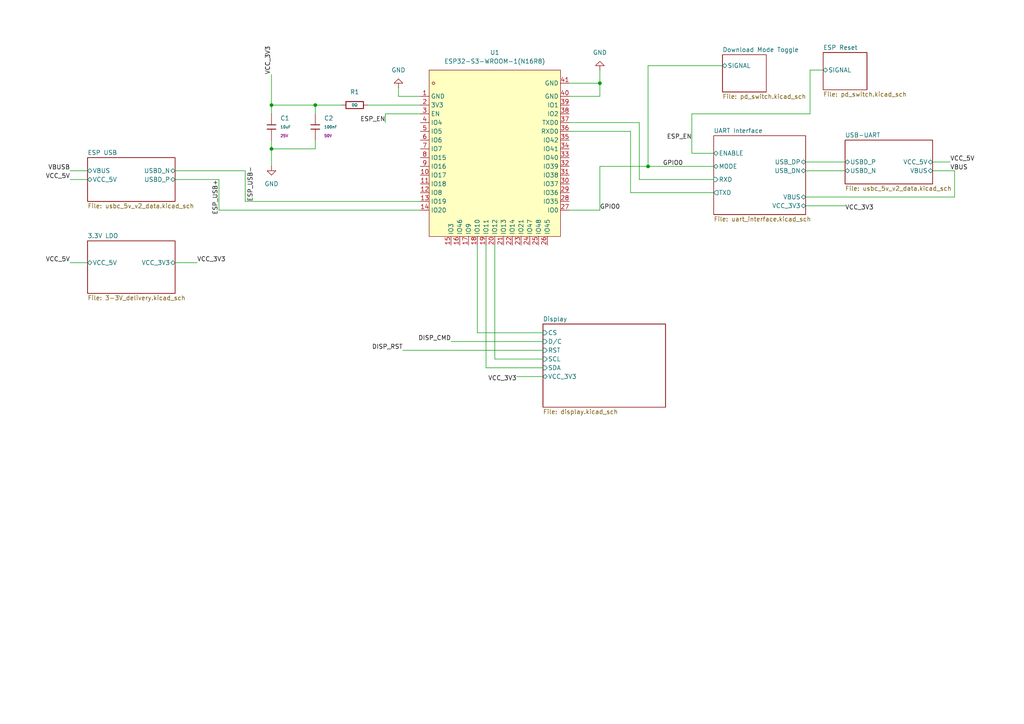
<source format=kicad_sch>
(kicad_sch (version 20250114) (generator "eeschema") (generator_version "9.0")
  (paper "A4")
  (lib_symbols
    (symbol "PCM_JLCPCB-Capacitors:0603,100nF" (pin_numbers (hide yes)) (pin_names (offset 0))
      (property "Reference" "C" (at 2.032 1.668 0))
      (property "Value" "100nF" (at 2.032 -0.3782 0))
      (property "Voltage Rated" "50V" (at 2.032 -2.0462 0))
      (symbol "0603,100nF_0_1"
        (polyline (pts (xy -1.27 0.635) (xy 1.27 0.635)) (stroke (width 0.254)))
        (polyline (pts (xy -1.27 -0.635) (xy 1.27 -0.635)) (stroke (width 0.254)))
      )
      (symbol "0603,100nF_1_1"
        (pin passive line (at 0 3.81 270) (length 3.175) (name "~") (number "1"))
        (pin passive line (at 0 -3.81 90) (length 3.175) (name "~") (number "2"))
      )
    )
    (symbol "PCM_JLCPCB-Capacitors:0603,10uF,(2)" (pin_numbers (hide yes)) (pin_names (offset 0))
      (property "Reference" "C" (at 2.032 1.668 0))
      (property "Value" "10uF" (at 2.032 -0.3782 0))
      (property "Voltage Rated" "25V" (at 2.032 -2.0462 0))
      (symbol "0603,10uF,(2)_0_1"
        (polyline (pts (xy -1.27 0.635) (xy 1.27 0.635)) (stroke (width 0.254)))
        (polyline (pts (xy -1.27 -0.635) (xy 1.27 -0.635)) (stroke (width 0.254)))
      )
      (symbol "0603,10uF,(2)_1_1"
        (pin passive line (at 0 3.81 270) (length 3.175) (name "~") (number "1"))
        (pin passive line (at 0 -3.81 90) (length 3.175) (name "~") (number "2"))
      )
    )
    (symbol "PCM_JLCPCB-Resistors:0402,0Ω" (pin_numbers (hide yes)) (pin_names (offset 0))
      (property "Reference" "R" (at 1.778 0 0))
      (property "Value" "0Ω" (at 0 0 90))
      (symbol "0402,0Ω_0_1"
        (rectangle (start -1.016 2.54) (end 1.016 -2.54) (stroke (width 0.254)))
      )
      (symbol "0402,0Ω_1_1"
        (pin passive line (at 0 3.81 270) (length 1.27) (name "~") (number "1"))
        (pin passive line (at 0 -3.81 90) (length 1.27) (name "~") (number "2"))
      )
    )
    (symbol "lcsc-lib:ESP32-S3-WROOM-1(N16R8)"
      (property "Reference" "U" (at 0 20.32 0))
      (property "Value" "ESP32-S3-WROOM-1(N16R8)" (at -1.016 17.018 0))
      (symbol "ESP32-S3-WROOM-1(N16R8)_0_1"
        (rectangle (start -19.05 19.05) (end 19.05 -29.21) (fill (type background)))
        (circle (center -17.78 15.24) (radius 0.38))
        (pin unspecified line (at -21.59 11.43 0) (length 2.54) (name "GND") (number "1"))
        (pin unspecified line (at -21.59 8.89 0) (length 2.54) (name "3V3") (number "2"))
        (pin unspecified line (at -21.59 6.35 0) (length 2.54) (name "EN") (number "3"))
        (pin unspecified line (at -21.59 3.81 0) (length 2.54) (name "IO4") (number "4"))
        (pin unspecified line (at -21.59 1.27 0) (length 2.54) (name "IO5") (number "5"))
        (pin unspecified line (at -21.59 -1.27 0) (length 2.54) (name "IO6") (number "6"))
        (pin unspecified line (at -21.59 -3.81 0) (length 2.54) (name "IO7") (number "7"))
        (pin unspecified line (at -21.59 -6.35 0) (length 2.54) (name "IO15") (number "8"))
        (pin unspecified line (at -21.59 -8.89 0) (length 2.54) (name "IO16") (number "9"))
        (pin unspecified line (at -21.59 -11.43 0) (length 2.54) (name "IO17") (number "10"))
        (pin unspecified line (at -21.59 -13.97 0) (length 2.54) (name "IO18") (number "11"))
        (pin unspecified line (at -21.59 -16.51 0) (length 2.54) (name "IO8") (number "12"))
        (pin unspecified line (at -21.59 -19.05 0) (length 2.54) (name "IO19") (number "13"))
        (pin unspecified line (at -21.59 -21.59 0) (length 2.54) (name "IO20") (number "14"))
        (pin unspecified line (at -12.7 -31.75 90) (length 2.54) (name "IO3") (number "15"))
        (pin unspecified line (at -10.16 -31.75 90) (length 2.54) (name "IO46") (number "16"))
        (pin unspecified line (at -7.62 -31.75 90) (length 2.54) (name "IO9") (number "17"))
        (pin unspecified line (at -5.08 -31.75 90) (length 2.54) (name "IO10") (number "18"))
        (pin unspecified line (at -2.54 -31.75 90) (length 2.54) (name "IO11") (number "19"))
        (pin unspecified line (at 0 -31.75 90) (length 2.54) (name "IO12") (number "20"))
        (pin unspecified line (at 2.54 -31.75 90) (length 2.54) (name "IO13") (number "21"))
        (pin unspecified line (at 5.08 -31.75 90) (length 2.54) (name "IO14") (number "22"))
        (pin unspecified line (at 7.62 -31.75 90) (length 2.54) (name "IO21") (number "23"))
        (pin unspecified line (at 10.16 -31.75 90) (length 2.54) (name "IO47") (number "24"))
        (pin unspecified line (at 12.7 -31.75 90) (length 2.54) (name "IO48") (number "25"))
        (pin unspecified line (at 15.24 -31.75 90) (length 2.54) (name "IO45") (number "26"))
        (pin unspecified line (at 21.59 15.24 180) (length 2.54) (name "GND") (number "41"))
        (pin unspecified line (at 21.59 11.43 180) (length 2.54) (name "GND") (number "40"))
        (pin unspecified line (at 21.59 8.89 180) (length 2.54) (name "IO1") (number "39"))
        (pin unspecified line (at 21.59 6.35 180) (length 2.54) (name "IO2") (number "38"))
        (pin unspecified line (at 21.59 3.81 180) (length 2.54) (name "TXD0") (number "37"))
        (pin unspecified line (at 21.59 1.27 180) (length 2.54) (name "RXD0") (number "36"))
        (pin unspecified line (at 21.59 -1.27 180) (length 2.54) (name "IO42") (number "35"))
        (pin unspecified line (at 21.59 -3.81 180) (length 2.54) (name "IO41") (number "34"))
        (pin unspecified line (at 21.59 -6.35 180) (length 2.54) (name "IO40") (number "33"))
        (pin unspecified line (at 21.59 -8.89 180) (length 2.54) (name "IO39") (number "32"))
        (pin unspecified line (at 21.59 -11.43 180) (length 2.54) (name "IO38") (number "31"))
        (pin unspecified line (at 21.59 -13.97 180) (length 2.54) (name "IO37") (number "30"))
        (pin unspecified line (at 21.59 -16.51 180) (length 2.54) (name "IO36") (number "29"))
        (pin unspecified line (at 21.59 -19.05 180) (length 2.54) (name "IO35") (number "28"))
        (pin unspecified line (at 21.59 -21.59 180) (length 2.54) (name "IO0") (number "27"))
      )
    )
    (symbol "power:GND" (power) (pin_numbers (hide yes)) (pin_names (offset 0) (hide yes))
      (property "Value" "GND" (at 0 -3.81 0))
      (symbol "GND_0_1"
        (polyline (pts (xy 0 0) (xy 0 -1.27) (xy 1.27 -1.27) (xy 0 -2.54) (xy -1.27 -1.27) (xy 0 -1.27)))
      )
      (symbol "GND_1_1"
        (pin power_in line (at 0 0 270) (length 0) (name "~") (number "1"))
      )
    )
  )
  (junction (at 187.96 48.26))
  (junction (at 78.74 43.18))
  (junction (at 91.44 30.48))
  (junction (at 78.74 30.48))
  (junction (at 173.99 24.13))
  (wire (pts (xy 182.88 55.88) (xy 182.88 38.1)))
  (wire (pts (xy 71.12 58.42) (xy 121.92 58.42)))
  (wire (pts (xy 209.55 19.05) (xy 187.96 19.05)))
  (wire (pts (xy 149.86 109.22) (xy 157.48 109.22)))
  (wire (pts (xy 233.68 46.99) (xy 245.11 46.99)))
  (wire (pts (xy 115.57 25.4) (xy 115.57 27.94)))
  (wire (pts (xy 173.99 27.94) (xy 173.99 24.13)))
  (wire (pts (xy 233.68 49.53) (xy 245.11 49.53)))
  (wire (pts (xy 78.74 43.18) (xy 78.74 48.26)))
  (wire (pts (xy 140.97 106.68) (xy 157.48 106.68)))
  (wire (pts (xy 91.44 43.18) (xy 78.74 43.18)))
  (wire (pts (xy 63.5 52.07) (xy 63.5 60.96)))
  (wire (pts (xy 91.44 30.48) (xy 91.44 33.02)))
  (wire (pts (xy 91.44 40.64) (xy 91.44 43.18)))
  (wire (pts (xy 233.68 57.15) (xy 276.86 57.15)))
  (wire (pts (xy 50.8 52.07) (xy 63.5 52.07)))
  (wire (pts (xy 200.66 44.45) (xy 207.01 44.45)))
  (wire (pts (xy 71.12 58.42) (xy 71.12 49.53)))
  (wire (pts (xy 78.74 21.59) (xy 78.74 30.48)))
  (wire (pts (xy 165.1 35.56) (xy 185.42 35.56)))
  (wire (pts (xy 233.68 59.69) (xy 245.11 59.69)))
  (wire (pts (xy 50.8 76.2) (xy 57.15 76.2)))
  (wire (pts (xy 173.99 20.32) (xy 173.99 24.13)))
  (wire (pts (xy 143.51 71.12) (xy 143.51 104.14)))
  (wire (pts (xy 138.43 71.12) (xy 138.43 96.52)))
  (wire (pts (xy 165.1 60.96) (xy 173.99 60.96)))
  (wire (pts (xy 121.92 27.94) (xy 115.57 27.94)))
  (wire (pts (xy 91.44 30.48) (xy 99.06 30.48)))
  (wire (pts (xy 187.96 48.26) (xy 207.01 48.26)))
  (wire (pts (xy 20.32 52.07) (xy 25.4 52.07)))
  (wire (pts (xy 63.5 60.96) (xy 121.92 60.96)))
  (wire (pts (xy 143.51 104.14) (xy 157.48 104.14)))
  (wire (pts (xy 173.99 48.26) (xy 173.99 60.96)))
  (wire (pts (xy 130.81 99.06) (xy 157.48 99.06)))
  (wire (pts (xy 71.12 49.53) (xy 50.8 49.53)))
  (wire (pts (xy 185.42 52.07) (xy 207.01 52.07)))
  (wire (pts (xy 276.86 57.15) (xy 276.86 49.53)))
  (wire (pts (xy 116.84 101.6) (xy 157.48 101.6)))
  (wire (pts (xy 138.43 96.52) (xy 157.48 96.52)))
  (wire (pts (xy 78.74 30.48) (xy 91.44 30.48)))
  (wire (pts (xy 182.88 55.88) (xy 207.01 55.88)))
  (wire (pts (xy 270.51 49.53) (xy 276.86 49.53)))
  (wire (pts (xy 20.32 76.2) (xy 25.4 76.2)))
  (wire (pts (xy 78.74 43.18) (xy 78.74 40.64)))
  (wire (pts (xy 187.96 19.05) (xy 187.96 48.26)))
  (wire (pts (xy 106.68 30.48) (xy 121.92 30.48)))
  (wire (pts (xy 187.96 48.26) (xy 173.99 48.26)))
  (wire (pts (xy 165.1 38.1) (xy 182.88 38.1)))
  (wire (pts (xy 234.95 33.02) (xy 200.66 33.02)))
  (wire (pts (xy 20.32 49.53) (xy 25.4 49.53)))
  (wire (pts (xy 111.76 33.02) (xy 121.92 33.02)))
  (wire (pts (xy 165.1 24.13) (xy 173.99 24.13)))
  (wire (pts (xy 238.76 20.32) (xy 234.95 20.32)))
  (wire (pts (xy 111.76 35.56) (xy 111.76 33.02)))
  (wire (pts (xy 234.95 20.32) (xy 234.95 33.02)))
  (wire (pts (xy 78.74 30.48) (xy 78.74 33.02)))
  (wire (pts (xy 200.66 33.02) (xy 200.66 44.45)))
  (wire (pts (xy 165.1 27.94) (xy 173.99 27.94)))
  (wire (pts (xy 275.59 46.99) (xy 270.51 46.99)))
  (wire (pts (xy 185.42 52.07) (xy 185.42 35.56)))
  (wire (pts (xy 140.97 71.12) (xy 140.97 106.68)))
  (label "ESP_EN" (at 200.66 40.64 180))
  (label "VCC_3V3" (at 245.11 59.69 0))
  (label "VBUSB" (at 20.32 49.53 180))
  (label "VCC_3V3" (at 57.15 76.2 0))
  (label "DISP_CMD" (at 130.81 99.06 180))
  (label "GPIO0" (at 198.12 48.26 180))
  (label "GPIO0" (at 173.99 60.96 0))
  (label "VBUS" (at 275.59 49.53 0))
  (label "VCC_3V3" (at 149.86 109.22 180))
  (label "VCC_5V" (at 275.59 46.99 0))
  (label "ESP_USB+" (at 63.5 52.07 270))
  (label "ESP_USB-" (at 73.66 58.42 90))
  (label "VCC_5V" (at 20.32 52.07 180))
  (label "ESP_EN" (at 111.76 35.56 180))
  (label "DISP_RST" (at 116.84 101.6 180))
  (label "VCC_3V3" (at 78.74 21.59 90))
  (label "VCC_5V" (at 20.32 76.2 180))
  (symbol (lib_id "PCM_JLCPCB-Capacitors:0603,100nF") (at 91.44 36.83 0) (unit 1)
    (property "Reference" "C2" (at 93.98 34.2899 0) (effects (justify left)))
    (property "Value" "100nF" (at 93.98 36.83 0) (effects (font (size 0.8 0.8)) (justify left)))
    (property "Footprint" "PCM_JLCPCB:C_0603" (effects (hide yes)))
    (property "Datasheet" "https://www.lcsc.com/datasheet/lcsc_datasheet_2211101700_YAGEO-CC0603KRX7R9BB104_C14663.pdf" (effects (hide yes)))
    (property "Description" "50V 100nF X7R ±10% 0603 Multilayer Ceramic Capacitors MLCC - SMD/SMT ROHS" (effects (hide yes)))
    (property "LCSC" "C14663" (effects (hide yes)))
    (property "Stock" "49936125" (effects (hide yes)))
    (property "Price" "0.006USD" (effects (hide yes)))
    (property "Process" "SMT" (effects (hide yes)))
    (property "Minimum Qty" "20" (effects (hide yes)))
    (property "Attrition Qty" "10" (effects (hide yes)))
    (property "Class" "Basic Component" (effects (hide yes)))
    (property "Category" "Capacitors,Multilayer Ceramic Capacitors MLCC - SMD/SMT" (effects (hide yes)))
    (property "Manufacturer" "YAGEO" (effects (hide yes)))
    (property "Part" "CC0603KRX7R9BB104" (effects (hide yes)))
    (property "Voltage Rated" "50V" (at 93.98 39.37 0) (effects (font (size 0.8 0.8)) (justify left)))
    (property "Tolerance" "±10%" (effects (hide yes)))
    (property "Capacitance" "100nF" (effects (hide yes)))
    (property "Temperature Coefficient" "X7R" (effects (hide yes)))
  )
  (symbol (lib_id "power:GND") (at 115.57 25.4 180) (unit 1)
    (property "Reference" "#PWR015" (effects (hide yes)))
    (property "Value" "GND" (at 115.57 20.32 0))
    (property "Description" "Power symbol creates a global label with name \"GND\" , ground" (effects (hide yes)))
  )
  (symbol (lib_id "power:GND") (at 173.99 20.32 180) (unit 1)
    (property "Reference" "#PWR016" (effects (hide yes)))
    (property "Value" "GND" (at 173.99 15.24 0))
    (property "Description" "Power symbol creates a global label with name \"GND\" , ground" (effects (hide yes)))
  )
  (symbol (lib_id "PCM_JLCPCB-Capacitors:0603,10uF,(2)") (at 78.74 36.83 0) (unit 1)
    (property "Reference" "C1" (at 81.28 34.2899 0) (effects (justify left)))
    (property "Value" "10uF" (at 81.28 36.83 0) (effects (font (size 0.8 0.8)) (justify left)))
    (property "Footprint" "PCM_JLCPCB:C_0603" (effects (hide yes)))
    (property "Datasheet" "https://www.lcsc.com/datasheet/lcsc_datasheet_2304140030_Samsung-Electro-Mechanics-CL10A106MA8NRNC_C96446.pdf" (effects (hide yes)))
    (property "Description" "25V 10uF X5R ±20% 0603 Multilayer Ceramic Capacitors MLCC - SMD/SMT ROHS" (effects (hide yes)))
    (property "LCSC" "C96446" (effects (hide yes)))
    (property "Stock" "2802588" (effects (hide yes)))
    (property "Price" "0.021USD" (effects (hide yes)))
    (property "Process" "SMT" (effects (hide yes)))
    (property "Minimum Qty" "20" (effects (hide yes)))
    (property "Attrition Qty" "8" (effects (hide yes)))
    (property "Class" "Basic Component" (effects (hide yes)))
    (property "Category" "Capacitors,Multilayer Ceramic Capacitors MLCC - SMD/SMT" (effects (hide yes)))
    (property "Manufacturer" "Samsung Electro-Mechanics" (effects (hide yes)))
    (property "Part" "CL10A106MA8NRNC" (effects (hide yes)))
    (property "Voltage Rated" "25V" (at 81.28 39.37 0) (effects (font (size 0.8 0.8)) (justify left)))
    (property "Tolerance" "±20%" (effects (hide yes)))
    (property "Capacitance" "10uF" (effects (hide yes)))
    (property "Temperature Coefficient" "X5R" (effects (hide yes)))
  )
  (symbol (lib_id "lcsc-lib:ESP32-S3-WROOM-1(N16R8)") (at 143.51 39.37 0) (unit 1)
    (property "Reference" "U1" (at 143.51 15.24 0))
    (property "Value" "ESP32-S3-WROOM-1(N16R8)" (at 143.51 17.78 0))
    (property "Footprint" "lcsc-lib:WIRELM-SMD_ESP32-S3-WROOM-1" (effects (hide yes)))
    (property "LCSC Part" "C2913202" (effects (hide yes)))
  )
  (symbol (lib_id "power:GND") (at 78.74 48.26 0) (unit 1)
    (property "Reference" "#PWR021" (effects (hide yes)))
    (property "Value" "GND" (at 78.74 53.34 0))
    (property "Description" "Power symbol creates a global label with name \"GND\" , ground" (effects (hide yes)))
  )
  (symbol (lib_id "PCM_JLCPCB-Resistors:0402,0Ω") (at 102.87 30.48 90) (unit 1)
    (property "Reference" "R1" (at 102.87 26.67 90))
    (property "Value" "0Ω" (at 102.87 30.48 90) (effects (font (size 0.8 0.8))))
    (property "Footprint" "PCM_JLCPCB:R_0402" (effects (hide yes)))
    (property "Datasheet" "https://www.lcsc.com/datasheet/lcsc_datasheet_2206010216_UNI-ROYAL-Uniroyal-Elec-0402WGF0000TCE_C17168.pdf" (effects (hide yes)))
    (property "Description" "62.5mW Thick Film Resistors 50V ±800ppm/°C ±1% 0Ω 0402 Chip Resistor - Surface Mount ROHS" (effects (hide yes)))
    (property "LCSC" "C17168" (effects (hide yes)))
    (property "Stock" "3710115" (effects (hide yes)))
    (property "Price" "0.004USD" (effects (hide yes)))
    (property "Process" "SMT" (effects (hide yes)))
    (property "Minimum Qty" "20" (effects (hide yes)))
    (property "Attrition Qty" "10" (effects (hide yes)))
    (property "Class" "Basic Component" (effects (hide yes)))
    (property "Category" "Resistors,Chip Resistor - Surface Mount" (effects (hide yes)))
    (property "Manufacturer" "UNI-ROYAL(Uniroyal Elec)" (effects (hide yes)))
    (property "Part" "0402WGF0000TCE" (effects (hide yes)))
    (property "Resistance" "0Ω" (effects (hide yes)))
    (property "Power(Watts)" "62.5mW" (effects (hide yes)))
    (property "Type" "Thick Film Resistors" (effects (hide yes)))
    (property "Overload Voltage (Max)" "50V" (effects (hide yes)))
    (property "Operating Temperature Range" "-55°C~+155°C" (effects (hide yes)))
    (property "Tolerance" "±1%" (effects (hide yes)))
    (property "Temperature Coefficient" "±800ppm/°C" (effects (hide yes)))
  )
  (sheet (at 25.4 45.72) (size 25.4 12.7) (stroke (width 0.1524))
    (property "Sheetname" "ESP USB" (at 25.4 45.0084 0) (effects (justify left bottom)))
    (property "Sheetfile" "usbc_5v_v2_data.kicad_sch" (at 25.4 59.0046 0) (effects (justify left top)))
    (pin "USBD_N" bidirectional (at 50.8 49.53 0))
    (pin "USBD_P" bidirectional (at 50.8 52.07 0))
    (pin "VBUS" bidirectional (at 25.4 49.53 180))
    (pin "VCC_5V" bidirectional (at 25.4 52.07 180))
  )
  (sheet (at 207.01 39.37) (size 26.67 22.86) (stroke (width 0.1524))
    (property "Sheetname" "UART Interface" (at 207.01 38.6584 0) (effects (justify left bottom)))
    (property "Sheetfile" "uart_interface.kicad_sch" (at 207.01 62.8146 0) (effects (justify left top)))
    (pin "ENABLE" bidirectional (at 207.01 44.45 180))
    (pin "MODE" bidirectional (at 207.01 48.26 180))
    (pin "RXD" input (at 207.01 52.07 180))
    (pin "TXD" output (at 207.01 55.88 180))
    (pin "USB_DN" bidirectional (at 233.68 49.53 0))
    (pin "USB_DP" bidirectional (at 233.68 46.99 0))
    (pin "VBUS" bidirectional (at 233.68 57.15 0))
    (pin "VCC_3V3" bidirectional (at 233.68 59.69 0))
  )
  (sheet (at 238.76 15.24) (size 12.7 10.795) (stroke (width 0.1524))
    (property "Sheetname" "ESP Reset" (at 238.76 14.5284 0) (effects (justify left bottom)))
    (property "Sheetfile" "pd_switch.kicad_sch" (at 238.76 26.6196 0) (effects (justify left top)))
    (pin "SIGNAL" bidirectional (at 238.76 20.32 180))
  )
  (sheet (at 209.55 15.875) (size 12.7 10.795) (stroke (width 0.1524))
    (property "Sheetname" "Download Mode Toggle" (at 209.55 15.1634 0) (effects (justify left bottom)))
    (property "Sheetfile" "pd_switch.kicad_sch" (at 209.55 27.2546 0) (effects (justify left top)))
    (pin "SIGNAL" bidirectional (at 209.55 19.05 180))
  )
  (sheet (at 157.48 93.98) (size 35.56 24.13) (stroke (width 0.1524))
    (property "Sheetname" "Display" (at 157.48 93.2684 0) (effects (justify left bottom)))
    (property "Sheetfile" "display.kicad_sch" (at 157.48 118.6946 0) (effects (justify left top)))
    (pin "CS" input (at 157.48 96.52 180))
    (pin "D{slash}C" input (at 157.48 99.06 180))
    (pin "RST" input (at 157.48 101.6 180))
    (pin "SCL" input (at 157.48 104.14 180))
    (pin "SDA" input (at 157.48 106.68 180))
    (pin "VCC_3V3" bidirectional (at 157.48 109.22 180))
  )
  (sheet (at 245.11 40.64) (size 25.4 12.7) (stroke (width 0.1524))
    (property "Sheetname" "USB-UART" (at 245.11 39.9284 0) (effects (justify left bottom)))
    (property "Sheetfile" "usbc_5v_v2_data.kicad_sch" (at 245.11 53.9246 0) (effects (justify left top)))
    (pin "USBD_N" bidirectional (at 245.11 49.53 180))
    (pin "USBD_P" bidirectional (at 245.11 46.99 180))
    (pin "VBUS" bidirectional (at 270.51 49.53 0))
    (pin "VCC_5V" bidirectional (at 270.51 46.99 0))
  )
  (sheet (at 25.4 69.85) (size 25.4 15.24) (stroke (width 0.1524))
    (property "Sheetname" "3.3V LDO" (at 25.4 69.1384 0) (effects (justify left bottom)))
    (property "Sheetfile" "3-3V_delivery.kicad_sch" (at 25.4 85.6746 0) (effects (justify left top)))
    (pin "VCC_3V3" bidirectional (at 50.8 76.2 0))
    (pin "VCC_5V" bidirectional (at 25.4 76.2 180))
  )
)
</source>
